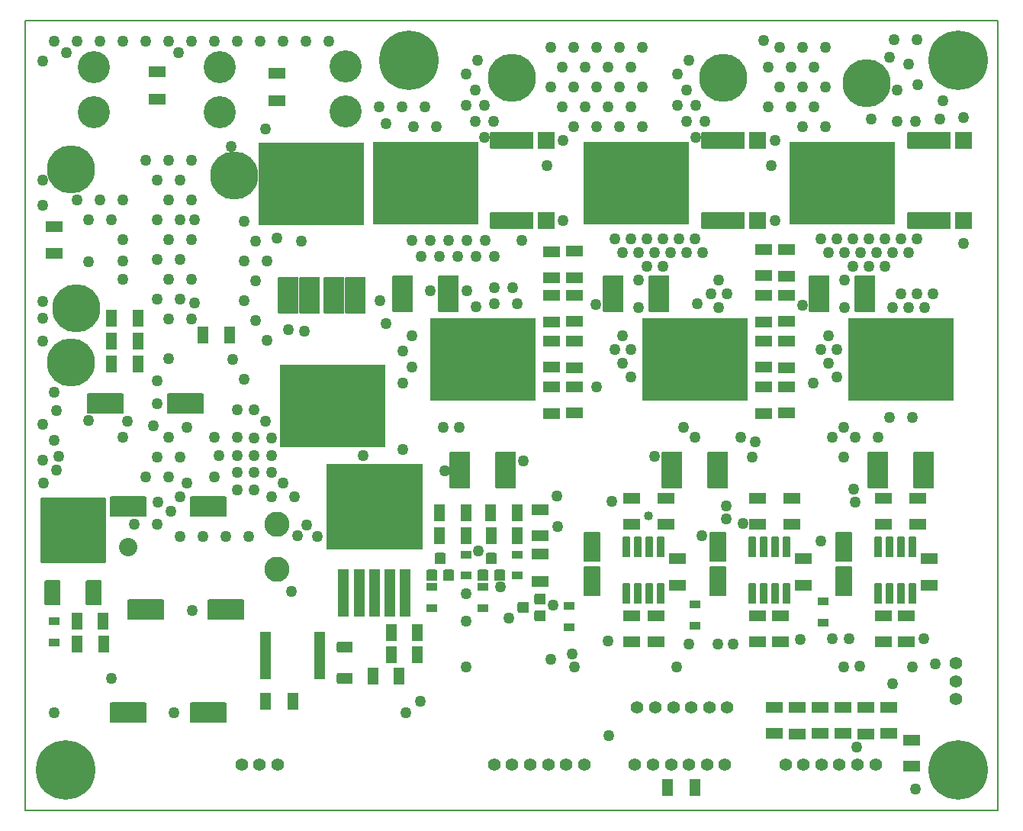
<source format=gbr>
G04 PROTEUS GERBER X2 FILE*
%TF.GenerationSoftware,Labcenter,Proteus,8.7-SP3-Build25561*%
%TF.CreationDate,2021-07-03T21:28:02+00:00*%
%TF.FileFunction,Soldermask,Top*%
%TF.FilePolarity,Negative*%
%TF.Part,Single*%
%TF.SameCoordinates,{f2efd226-c5f6-4210-91bb-6bc09b7e039f}*%
%FSLAX45Y45*%
%MOMM*%
G01*
%TA.AperFunction,Material*%
%ADD54C,1.270000*%
%ADD55C,2.032000*%
%ADD56C,1.016000*%
%AMPPAD051*
4,1,36,
2.413000,0.825500,
2.413000,-0.825500,
2.410470,-0.851470,
2.403200,-0.875480,
2.391650,-0.897080,
2.376290,-0.915790,
2.357570,-0.931150,
2.335980,-0.942700,
2.311970,-0.949970,
2.286000,-0.952500,
-2.286000,-0.952500,
-2.311970,-0.949970,
-2.335980,-0.942700,
-2.357570,-0.931150,
-2.376290,-0.915790,
-2.391650,-0.897080,
-2.403200,-0.875480,
-2.410470,-0.851470,
-2.413000,-0.825500,
-2.413000,0.825500,
-2.410470,0.851470,
-2.403200,0.875480,
-2.391650,0.897080,
-2.376290,0.915790,
-2.357570,0.931150,
-2.335980,0.942700,
-2.311970,0.949970,
-2.286000,0.952500,
2.286000,0.952500,
2.311970,0.949970,
2.335980,0.942700,
2.357570,0.931150,
2.376290,0.915790,
2.391650,0.897080,
2.403200,0.875480,
2.410470,0.851470,
2.413000,0.825500,
0*%
%TA.AperFunction,Material*%
%ADD57PPAD051*%
%AMPPAD052*
4,1,36,
0.952500,0.825500,
0.952500,-0.825500,
0.949970,-0.851470,
0.942700,-0.875480,
0.931150,-0.897080,
0.915790,-0.915790,
0.897070,-0.931150,
0.875480,-0.942700,
0.851470,-0.949970,
0.825500,-0.952500,
-0.825500,-0.952500,
-0.851470,-0.949970,
-0.875480,-0.942700,
-0.897070,-0.931150,
-0.915790,-0.915790,
-0.931150,-0.897080,
-0.942700,-0.875480,
-0.949970,-0.851470,
-0.952500,-0.825500,
-0.952500,0.825500,
-0.949970,0.851470,
-0.942700,0.875480,
-0.931150,0.897080,
-0.915790,0.915790,
-0.897070,0.931150,
-0.875480,0.942700,
-0.851470,0.949970,
-0.825500,0.952500,
0.825500,0.952500,
0.851470,0.949970,
0.875480,0.942700,
0.897070,0.931150,
0.915790,0.915790,
0.931150,0.897080,
0.942700,0.875480,
0.949970,0.851470,
0.952500,0.825500,
0*%
%ADD58PPAD052*%
%TA.AperFunction,Material*%
%ADD59C,5.334000*%
%AMPPAD054*
4,1,36,
-2.032000,-1.016000,
-2.032000,1.016000,
-2.029470,1.041970,
-2.022200,1.065980,
-2.010650,1.087580,
-1.995290,1.106290,
-1.976570,1.121650,
-1.954980,1.133200,
-1.930970,1.140470,
-1.905000,1.143000,
1.905000,1.143000,
1.930970,1.140470,
1.954980,1.133200,
1.976570,1.121650,
1.995290,1.106290,
2.010650,1.087580,
2.022200,1.065980,
2.029470,1.041970,
2.032000,1.016000,
2.032000,-1.016000,
2.029470,-1.041970,
2.022200,-1.065980,
2.010650,-1.087580,
1.995290,-1.106290,
1.976570,-1.121650,
1.954980,-1.133200,
1.930970,-1.140470,
1.905000,-1.143000,
-1.905000,-1.143000,
-1.930970,-1.140470,
-1.954980,-1.133200,
-1.976570,-1.121650,
-1.995290,-1.106290,
-2.010650,-1.087580,
-2.022200,-1.065980,
-2.029470,-1.041970,
-2.032000,-1.016000,
0*%
%TA.AperFunction,Material*%
%ADD60PPAD054*%
%AMPPAD055*
4,1,36,
-3.492500,3.619500,
3.492500,3.619500,
3.518470,3.616970,
3.542480,3.609700,
3.564080,3.598150,
3.582790,3.582790,
3.598150,3.564070,
3.609700,3.542480,
3.616970,3.518470,
3.619500,3.492500,
3.619500,-3.492500,
3.616970,-3.518470,
3.609700,-3.542480,
3.598150,-3.564070,
3.582790,-3.582790,
3.564080,-3.598150,
3.542480,-3.609700,
3.518470,-3.616970,
3.492500,-3.619500,
-3.492500,-3.619500,
-3.518470,-3.616970,
-3.542480,-3.609700,
-3.564080,-3.598150,
-3.582790,-3.582790,
-3.598150,-3.564070,
-3.609700,-3.542480,
-3.616970,-3.518470,
-3.619500,-3.492500,
-3.619500,3.492500,
-3.616970,3.518470,
-3.609700,3.542480,
-3.598150,3.564070,
-3.582790,3.582790,
-3.564080,3.598150,
-3.542480,3.609700,
-3.518470,3.616970,
-3.492500,3.619500,
0*%
%TA.AperFunction,Material*%
%ADD61PPAD055*%
%AMPPAD056*
4,1,36,
-0.762000,1.397000,
0.762000,1.397000,
0.787970,1.394470,
0.811980,1.387200,
0.833580,1.375650,
0.852290,1.360290,
0.867650,1.341570,
0.879200,1.319980,
0.886470,1.295970,
0.889000,1.270000,
0.889000,-1.270000,
0.886470,-1.295970,
0.879200,-1.319980,
0.867650,-1.341570,
0.852290,-1.360290,
0.833580,-1.375650,
0.811980,-1.387200,
0.787970,-1.394470,
0.762000,-1.397000,
-0.762000,-1.397000,
-0.787970,-1.394470,
-0.811980,-1.387200,
-0.833580,-1.375650,
-0.852290,-1.360290,
-0.867650,-1.341570,
-0.879200,-1.319980,
-0.886470,-1.295970,
-0.889000,-1.270000,
-0.889000,1.270000,
-0.886470,1.295970,
-0.879200,1.319980,
-0.867650,1.341570,
-0.852290,1.360290,
-0.833580,1.375650,
-0.811980,1.387200,
-0.787970,1.394470,
-0.762000,1.397000,
0*%
%ADD62PPAD056*%
%AMPPAD057*
4,1,36,
0.571500,0.317500,
0.571500,-0.317500,
0.568970,-0.343470,
0.561700,-0.367480,
0.550150,-0.389080,
0.534790,-0.407790,
0.516070,-0.423150,
0.494480,-0.434700,
0.470470,-0.441970,
0.444500,-0.444500,
-0.444500,-0.444500,
-0.470470,-0.441970,
-0.494480,-0.434700,
-0.516070,-0.423150,
-0.534790,-0.407790,
-0.550150,-0.389080,
-0.561700,-0.367480,
-0.568970,-0.343470,
-0.571500,-0.317500,
-0.571500,0.317500,
-0.568970,0.343470,
-0.561700,0.367480,
-0.550150,0.389080,
-0.534790,0.407790,
-0.516070,0.423150,
-0.494480,0.434700,
-0.470470,0.441970,
-0.444500,0.444500,
0.444500,0.444500,
0.470470,0.441970,
0.494480,0.434700,
0.516070,0.423150,
0.534790,0.407790,
0.550150,0.389080,
0.561700,0.367480,
0.568970,0.343470,
0.571500,0.317500,
0*%
%TA.AperFunction,Material*%
%ADD63PPAD057*%
%AMPPAD058*
4,1,4,
-0.571500,0.901700,
0.571500,0.901700,
0.571500,-0.901700,
-0.571500,-0.901700,
-0.571500,0.901700,
0*%
%ADD64PPAD058*%
%AMPPAD059*
4,1,4,
-0.571500,2.603500,
0.571500,2.603500,
0.571500,-2.603500,
-0.571500,-2.603500,
-0.571500,2.603500,
0*%
%TA.AperFunction,Material*%
%ADD65PPAD059*%
%AMPPAD060*
4,1,4,
-5.372100,-4.775200,
-5.372100,4.775200,
5.372100,4.775200,
5.372100,-4.775200,
-5.372100,-4.775200,
0*%
%ADD66PPAD060*%
%AMPPAD061*
4,1,4,
0.596900,-2.654300,
-0.596900,-2.654300,
-0.596900,2.654300,
0.596900,2.654300,
0.596900,-2.654300,
0*%
%TA.AperFunction,Material*%
%ADD67PPAD061*%
%AMPPAD062*
4,1,36,
-0.889000,-0.444500,
-0.889000,0.444500,
-0.886470,0.470470,
-0.879200,0.494480,
-0.867650,0.516080,
-0.852290,0.534790,
-0.833570,0.550150,
-0.811980,0.561700,
-0.787970,0.568970,
-0.762000,0.571500,
0.762000,0.571500,
0.787970,0.568970,
0.811980,0.561700,
0.833570,0.550150,
0.852290,0.534790,
0.867650,0.516080,
0.879200,0.494480,
0.886470,0.470470,
0.889000,0.444500,
0.889000,-0.444500,
0.886470,-0.470470,
0.879200,-0.494480,
0.867650,-0.516080,
0.852290,-0.534790,
0.833570,-0.550150,
0.811980,-0.561700,
0.787970,-0.568970,
0.762000,-0.571500,
-0.762000,-0.571500,
-0.787970,-0.568970,
-0.811980,-0.561700,
-0.833570,-0.550150,
-0.852290,-0.534790,
-0.867650,-0.516080,
-0.879200,-0.494480,
-0.886470,-0.470470,
-0.889000,-0.444500,
0*%
%ADD68PPAD062*%
%AMPPAD063*
4,1,4,
0.901700,0.571500,
0.901700,-0.571500,
-0.901700,-0.571500,
-0.901700,0.571500,
0.901700,0.571500,
0*%
%ADD69PPAD063*%
%AMPPAD064*
4,1,36,
0.317500,-1.143000,
-0.317500,-1.143000,
-0.343470,-1.140470,
-0.367480,-1.133200,
-0.389080,-1.121650,
-0.407790,-1.106290,
-0.423150,-1.087570,
-0.434700,-1.065980,
-0.441970,-1.041970,
-0.444500,-1.016000,
-0.444500,1.016000,
-0.441970,1.041970,
-0.434700,1.065980,
-0.423150,1.087570,
-0.407790,1.106290,
-0.389080,1.121650,
-0.367480,1.133200,
-0.343470,1.140470,
-0.317500,1.143000,
0.317500,1.143000,
0.343470,1.140470,
0.367480,1.133200,
0.389080,1.121650,
0.407790,1.106290,
0.423150,1.087570,
0.434700,1.065980,
0.441970,1.041970,
0.444500,1.016000,
0.444500,-1.016000,
0.441970,-1.041970,
0.434700,-1.065980,
0.423150,-1.087570,
0.407790,-1.106290,
0.389080,-1.121650,
0.367480,-1.133200,
0.343470,-1.140470,
0.317500,-1.143000,
0*%
%TA.AperFunction,Material*%
%ADD74PPAD064*%
%AMPPAD065*
4,1,36,
-0.825500,1.651000,
0.825500,1.651000,
0.851470,1.648470,
0.875480,1.641200,
0.897080,1.629650,
0.915790,1.614290,
0.931150,1.595570,
0.942700,1.573980,
0.949970,1.549970,
0.952500,1.524000,
0.952500,-1.524000,
0.949970,-1.549970,
0.942700,-1.573980,
0.931150,-1.595570,
0.915790,-1.614290,
0.897080,-1.629650,
0.875480,-1.641200,
0.851470,-1.648470,
0.825500,-1.651000,
-0.825500,-1.651000,
-0.851470,-1.648470,
-0.875480,-1.641200,
-0.897080,-1.629650,
-0.915790,-1.614290,
-0.931150,-1.595570,
-0.942700,-1.573980,
-0.949970,-1.549970,
-0.952500,-1.524000,
-0.952500,1.524000,
-0.949970,1.549970,
-0.942700,1.573980,
-0.931150,1.595570,
-0.915790,1.614290,
-0.897080,1.629650,
-0.875480,1.641200,
-0.851470,1.648470,
-0.825500,1.651000,
0*%
%TA.AperFunction,Material*%
%ADD75PPAD065*%
%AMPPAD066*
4,1,36,
0.444500,-0.635000,
-0.444500,-0.635000,
-0.470470,-0.632470,
-0.494480,-0.625200,
-0.516080,-0.613650,
-0.534790,-0.598290,
-0.550150,-0.579570,
-0.561700,-0.557980,
-0.568970,-0.533970,
-0.571500,-0.508000,
-0.571500,0.508000,
-0.568970,0.533970,
-0.561700,0.557980,
-0.550150,0.579570,
-0.534790,0.598290,
-0.516080,0.613650,
-0.494480,0.625200,
-0.470470,0.632470,
-0.444500,0.635000,
0.444500,0.635000,
0.470470,0.632470,
0.494480,0.625200,
0.516080,0.613650,
0.534790,0.598290,
0.550150,0.579570,
0.561700,0.557980,
0.568970,0.533970,
0.571500,0.508000,
0.571500,-0.508000,
0.568970,-0.533970,
0.561700,-0.557980,
0.550150,-0.579570,
0.534790,-0.598290,
0.516080,-0.613650,
0.494480,-0.625200,
0.470470,-0.632470,
0.444500,-0.635000,
0*%
%TA.AperFunction,Material*%
%ADD76PPAD066*%
%AMPPAD067*
4,1,36,
0.635000,0.444500,
0.635000,-0.444500,
0.632470,-0.470470,
0.625200,-0.494480,
0.613650,-0.516080,
0.598290,-0.534790,
0.579570,-0.550150,
0.557980,-0.561700,
0.533970,-0.568970,
0.508000,-0.571500,
-0.508000,-0.571500,
-0.533970,-0.568970,
-0.557980,-0.561700,
-0.579570,-0.550150,
-0.598290,-0.534790,
-0.613650,-0.516080,
-0.625200,-0.494480,
-0.632470,-0.470470,
-0.635000,-0.444500,
-0.635000,0.444500,
-0.632470,0.470470,
-0.625200,0.494480,
-0.613650,0.516080,
-0.598290,0.534790,
-0.579570,0.550150,
-0.557980,0.561700,
-0.533970,0.568970,
-0.508000,0.571500,
0.508000,0.571500,
0.533970,0.568970,
0.557980,0.561700,
0.579570,0.550150,
0.598290,0.534790,
0.613650,0.516080,
0.625200,0.494480,
0.632470,0.470470,
0.635000,0.444500,
0*%
%ADD77PPAD067*%
%ADD78C,1.397000*%
%TA.AperFunction,Material*%
%ADD79C,3.556000*%
%TA.AperFunction,Material*%
%ADD80C,6.604000*%
%TA.AperFunction,Material*%
%ADD81C,2.794000*%
%AMPPAD072*
4,1,36,
5.715000,-4.572000,
-5.715000,-4.572000,
-5.740970,-4.569470,
-5.764980,-4.562200,
-5.786580,-4.550650,
-5.805290,-4.535290,
-5.820650,-4.516570,
-5.832200,-4.494980,
-5.839470,-4.470970,
-5.842000,-4.445000,
-5.842000,4.445000,
-5.839470,4.470970,
-5.832200,4.494980,
-5.820650,4.516570,
-5.805290,4.535290,
-5.786580,4.550650,
-5.764980,4.562200,
-5.740970,4.569470,
-5.715000,4.572000,
5.715000,4.572000,
5.740970,4.569470,
5.764980,4.562200,
5.786580,4.550650,
5.805290,4.535290,
5.820650,4.516570,
5.832200,4.494980,
5.839470,4.470970,
5.842000,4.445000,
5.842000,-4.445000,
5.839470,-4.470970,
5.832200,-4.494980,
5.820650,-4.516570,
5.805290,-4.535290,
5.786580,-4.550650,
5.764980,-4.562200,
5.740970,-4.569470,
5.715000,-4.572000,
0*%
%TA.AperFunction,Material*%
%ADD82PPAD072*%
%AMPPAD073*
4,1,36,
1.016000,-2.032000,
-1.016000,-2.032000,
-1.041970,-2.029470,
-1.065980,-2.022200,
-1.087580,-2.010650,
-1.106290,-1.995290,
-1.121650,-1.976570,
-1.133200,-1.954980,
-1.140470,-1.930970,
-1.143000,-1.905000,
-1.143000,1.905000,
-1.140470,1.930970,
-1.133200,1.954980,
-1.121650,1.976570,
-1.106290,1.995290,
-1.087580,2.010650,
-1.065980,2.022200,
-1.041970,2.029470,
-1.016000,2.032000,
1.016000,2.032000,
1.041970,2.029470,
1.065980,2.022200,
1.087580,2.010650,
1.106290,1.995290,
1.121650,1.976570,
1.133200,1.954980,
1.140470,1.930970,
1.143000,1.905000,
1.143000,-1.905000,
1.140470,-1.930970,
1.133200,-1.954980,
1.121650,-1.976570,
1.106290,-1.995290,
1.087580,-2.010650,
1.065980,-2.022200,
1.041970,-2.029470,
1.016000,-2.032000,
0*%
%ADD83PPAD073*%
%TA.AperFunction,Profile*%
%ADD39C,0.203200*%
%TD.AperFunction*%
D54*
X+3225800Y+1174750D03*
X+3479800Y+1174750D03*
X+5257800Y+1174750D03*
X+5511800Y+1174750D03*
X+5765800Y+1174750D03*
X+7543800Y+1174750D03*
X+7797800Y+1174750D03*
X+3098800Y+1394720D03*
X+3352800Y+1394720D03*
X+4876800Y+1394720D03*
X+5130800Y+1394720D03*
X+5384800Y+1394720D03*
X+5638800Y+1394720D03*
X+7162800Y+1394720D03*
X+7416800Y+1394720D03*
X+7670800Y+1394720D03*
X+4749800Y+1614690D03*
X+5003800Y+1614690D03*
X+5257800Y+1614690D03*
X+5511800Y+1614690D03*
X+5765800Y+1614690D03*
X+7289800Y+1614690D03*
X+7543800Y+1614690D03*
X+7797800Y+1614690D03*
X+4876800Y+1834660D03*
X+5130800Y+1834660D03*
X+5384800Y+1834660D03*
X+5638800Y+1834660D03*
X+7162800Y+1834660D03*
X+7416800Y+1834660D03*
X+7670800Y+1834660D03*
X+4749800Y+2054630D03*
X+5003800Y+2054630D03*
X+5257800Y+2054630D03*
X+5511800Y+2054630D03*
X+5765800Y+2054630D03*
X+7289800Y+2054630D03*
X+7543800Y+2054630D03*
X+7797800Y+2054630D03*
X+6375400Y-793750D03*
X+3213100Y-1497654D03*
X+3111500Y-1321678D03*
X+3213100Y-1145702D03*
X+4127500Y-617774D03*
X+4330700Y-617774D03*
X+3314700Y-265822D03*
X+3517900Y-265822D03*
X+3721100Y-265822D03*
X+3924300Y-265822D03*
X+4127500Y-265822D03*
X+3213100Y-89846D03*
X+3416300Y-89846D03*
X+3619500Y-89846D03*
X+3822700Y-89846D03*
X+4025900Y-89846D03*
X+4432300Y-89846D03*
X+4013200Y+1052310D03*
X+3911600Y+1228286D03*
X+4114800Y+1228286D03*
X+3810000Y+1404262D03*
X+4013200Y+1404262D03*
X+3911600Y+1580238D03*
X+3810000Y+1756214D03*
X+3937000Y+1905000D03*
X+8597900Y+1228286D03*
X+8801100Y+1228286D03*
X+8597900Y+1580238D03*
X+8724900Y+1866900D03*
X+6363969Y+1052310D03*
X+6262369Y+1228286D03*
X+6465569Y+1228286D03*
X+6160769Y+1404262D03*
X+6363969Y+1404262D03*
X+6262369Y+1580238D03*
X+6160769Y+1756214D03*
X+6286500Y+1905000D03*
X+7747000Y-3429000D03*
X+6428649Y-3363510D03*
X+3111500Y-1673630D03*
X+4127500Y-793750D03*
X+4381500Y-793750D03*
X+5003800Y+1174750D03*
X-127000Y-4953000D03*
D55*
X+63500Y-3492500D03*
D54*
X+1870921Y-3983646D03*
X+1599186Y-1195100D03*
X+1472186Y-975130D03*
X+1345186Y-755160D03*
X+1472186Y-535190D03*
X+1345186Y-315220D03*
X+1599186Y-315220D03*
X+1472186Y-95250D03*
X+1345186Y+124720D03*
X+1714500Y-63500D03*
X+1206500Y+952500D03*
X+1587500Y+1143000D03*
X-876300Y-2781300D03*
X-889000Y-2526810D03*
X-762000Y-2306840D03*
X-889000Y-2133600D03*
X-381000Y-2086870D03*
X-762000Y-1778000D03*
X-736600Y-1981200D03*
X-889000Y-1206990D03*
X-889000Y-952500D03*
X-889000Y-767050D03*
X-381000Y-327110D03*
X+2844800Y+1394720D03*
X+8305800Y+1257545D03*
X+9067800Y+1257545D03*
X+8509000Y+1943100D03*
X+8559800Y+2137425D03*
X+8813800Y+2137425D03*
D56*
X+5837110Y-3144357D03*
D54*
X+2921000Y+1206500D03*
X+4889500Y+1016000D03*
X+4889500Y+127000D03*
X+2857500Y-762000D03*
X+9334500Y-127000D03*
X+9334500Y+1270000D03*
X+7239000Y+1016000D03*
X+7239000Y+127000D03*
X+4191000Y-3937000D03*
X+6286500Y-4572000D03*
X+6604000Y-4572000D03*
X+7519052Y-4519896D03*
X+7874000Y-4508500D03*
X+3811743Y-4009908D03*
X+3810000Y-4318000D03*
X+2921000Y-1016000D03*
X+635000Y-3378275D03*
X+889000Y-3378275D03*
X+1143000Y-3378275D03*
X+1397000Y-3378275D03*
X+1943100Y-3365500D03*
X+2159000Y-3378275D03*
X+127000Y-3238500D03*
X+381000Y-3238500D03*
X+1651000Y-2667000D03*
X+1651000Y-2286000D03*
X+1460500Y-2476500D03*
X+393700Y-2997200D03*
X+508000Y-2718365D03*
X+1460500Y-2857500D03*
X+1460500Y-2667000D03*
X+1651000Y-2476500D03*
X+381000Y-2498395D03*
X+381000Y-1651000D03*
X+1270000Y-2476500D03*
X+1270000Y-2667000D03*
X+3111500Y-2413000D03*
X+4445000Y-2540000D03*
X+6985000Y-2498395D03*
X+0Y-2278425D03*
X+342900Y-2146300D03*
X+508000Y-2278425D03*
X+1016000Y-2278425D03*
X+1270000Y-2278425D03*
X+1270000Y-2857500D03*
X+1270000Y-1968500D03*
X+1460500Y-1968500D03*
X+1460500Y-2286000D03*
X+6858000Y-2278425D03*
X+381000Y-1905000D03*
X+1587500Y-2095500D03*
X+508000Y-1398545D03*
X+508000Y-958605D03*
X+762000Y-958605D03*
X+381000Y-738635D03*
X+635000Y-738635D03*
X+0Y-518665D03*
X+508000Y-518665D03*
X+762000Y-518665D03*
X+381000Y-298695D03*
X+635000Y-298695D03*
X+0Y-78725D03*
X+508000Y-78725D03*
X+762000Y-78725D03*
X-381000Y+141245D03*
X-127000Y+141245D03*
X+381000Y+141245D03*
X+635000Y+141245D03*
X-508000Y+361215D03*
X-254000Y+361215D03*
X+0Y+361215D03*
X+508000Y+361215D03*
X+762000Y+361215D03*
X-889000Y+581185D03*
X+381000Y+581185D03*
X+635000Y+581185D03*
X+254000Y+801155D03*
X+508000Y+801155D03*
X+762000Y+801155D03*
X-889000Y+1901005D03*
X-762000Y+2120975D03*
X-508000Y+2120975D03*
X-254000Y+2120975D03*
X+0Y+2120975D03*
X+254000Y+2120975D03*
X+508000Y+2120975D03*
X+762000Y+2120975D03*
X+1016000Y+2120975D03*
X+1270000Y+2120975D03*
X+1524000Y+2120975D03*
X+1778000Y+2120975D03*
X+2032000Y+2120975D03*
X+2286000Y+2120975D03*
X+5384021Y-4535575D03*
X-762000Y-5334000D03*
X+4283159Y-4283011D03*
X+4826045Y-3267760D03*
X+8890000Y-4508500D03*
X+8144101Y-5716084D03*
X+6153231Y-4826944D03*
X+6778656Y-4571579D03*
X+8064500Y-4508500D03*
X+8001000Y-4826000D03*
X+5397500Y-5588000D03*
X+4775444Y-4133215D03*
X+4754453Y-4741974D03*
X+3810000Y-4826000D03*
X+4993399Y-4680922D03*
X+5016500Y-4826000D03*
X+3302000Y-5207000D03*
X+3145817Y-5333103D03*
X+2667000Y-2476500D03*
X+1841500Y-1079500D03*
X+2014205Y-1094840D03*
X+571500Y-5334000D03*
X+772975Y-4198785D03*
X+3576345Y-2643122D03*
X+7543800Y-812800D03*
X+8127850Y-2993866D03*
X+8118219Y-2853714D03*
X+4818888Y-2925288D03*
X+5249412Y-804176D03*
X+6696244Y-3035770D03*
X+5257800Y-1714500D03*
X+5905500Y-2489200D03*
X+6883138Y-3230089D03*
X+6698805Y-3180794D03*
X+7664736Y-1676863D03*
X-736600Y-2641600D03*
X+635000Y-2938335D03*
X+1651000Y-2938335D03*
X+1905000Y-2938335D03*
X+254000Y-2718365D03*
X+1016000Y-2718365D03*
X+50800Y-2095500D03*
X+635000Y-2498395D03*
X+8001000Y-2498395D03*
X+6350000Y-2278425D03*
X+7874000Y-2278425D03*
X+8128000Y-2278425D03*
X+8382000Y-2278425D03*
X+8509000Y-2058455D03*
X+8763000Y-2058455D03*
X+1345186Y-1635040D03*
X+1218186Y-1415070D03*
X+1980186Y-95250D03*
X+3944752Y-3532550D03*
X+5431385Y-2982601D03*
X+3924300Y-823914D03*
X+3416300Y-647938D03*
X+3822700Y-647938D03*
X+7924800Y-1608885D03*
X+7835900Y-1454906D03*
X+7747000Y-1300927D03*
X+7924800Y-1300927D03*
X+7835900Y-1146948D03*
X+8013700Y-838990D03*
X+8547100Y-838990D03*
X+8724900Y-838990D03*
X+8902700Y-838990D03*
X+8636000Y-685011D03*
X+8813800Y-685011D03*
X+8991600Y-685011D03*
X+8013700Y-531032D03*
X+8102600Y-377053D03*
X+8280400Y-377053D03*
X+8458200Y-377053D03*
X+7835900Y-223074D03*
X+8013700Y-223074D03*
X+8191500Y-223074D03*
X+8369300Y-223074D03*
X+8547100Y-223074D03*
X+8724900Y-223074D03*
X+7747000Y-69095D03*
X+7924800Y-69095D03*
X+8102600Y-69095D03*
X+8280400Y-69095D03*
X+8458200Y-69095D03*
X+8636000Y-69095D03*
X+8813800Y-69095D03*
X+5638800Y-1608885D03*
X+5549900Y-1454906D03*
X+5461000Y-1300927D03*
X+5638800Y-1300927D03*
X+5549900Y-1146948D03*
X+5727700Y-838990D03*
X+6616700Y-838990D03*
X+6527800Y-685011D03*
X+6705600Y-685011D03*
X+5727700Y-531032D03*
X+6616700Y-531032D03*
X+5816600Y-377053D03*
X+5994400Y-377053D03*
X+5549900Y-223074D03*
X+5727700Y-223074D03*
X+5905500Y-223074D03*
X+6083300Y-223074D03*
X+6261100Y-223074D03*
X+6438900Y-223074D03*
X+5461000Y-69095D03*
X+5638800Y-69095D03*
X+5816600Y-69095D03*
X+5994400Y-69095D03*
X+6172200Y-69095D03*
X+6350000Y-69095D03*
X+2044700Y-3246294D03*
X+533400Y-3092315D03*
X+711200Y-2784357D03*
X+1778000Y-2784357D03*
X+1066800Y-2476399D03*
X+7023100Y-2322420D03*
X+711200Y-2168441D03*
X+3556000Y-2168441D03*
X+3733800Y-2168441D03*
X+6223000Y-2168441D03*
X+8001000Y-2168441D03*
X+800100Y-782630D03*
X+0Y-320693D03*
X+800100Y+141244D03*
X-889000Y+295223D03*
X-622300Y+1988992D03*
X+622300Y+1988992D03*
X+4711700Y+738213D03*
X+7200900Y+738213D03*
X+7112000Y+2124024D03*
X-711200Y-2482816D03*
X+8826500Y+1638300D03*
X+9105900Y+1460500D03*
X+8179340Y-4812956D03*
X+8546457Y-5012353D03*
X+8802625Y-6177544D03*
X+9017000Y-4790567D03*
X+8763000Y-4826000D03*
D57*
X+6667500Y+1016000D03*
X+6667500Y+127000D03*
D58*
X+7048500Y+127000D03*
X+7048500Y+1016000D03*
D57*
X+8953500Y+1016000D03*
X+8953500Y+127000D03*
D58*
X+9334500Y+127000D03*
X+9334500Y+1016000D03*
D57*
X+4318000Y+1016000D03*
X+4318000Y+127000D03*
D58*
X+4699000Y+127000D03*
X+4699000Y+1016000D03*
D59*
X+4318000Y+1714500D03*
X+6667500Y+1714500D03*
X+8255000Y+1651000D03*
D60*
X+952500Y-3048000D03*
X+63500Y-3048000D03*
X+698500Y-1905000D03*
X-190500Y-1905000D03*
D61*
X-546100Y-3309620D03*
D62*
X-774700Y-4000500D03*
X-317500Y-4000500D03*
D63*
X-762000Y-4553000D03*
X-762000Y-4318050D03*
D64*
X-508000Y-4318000D03*
X-218000Y-4318000D03*
D60*
X+254000Y-4191000D03*
X+1143000Y-4191000D03*
D65*
X+2453640Y-4000500D03*
X+2623820Y-4000500D03*
X+2794000Y-4000500D03*
X+2964180Y-4000500D03*
X+3134360Y-4000500D03*
D66*
X+2794000Y-3048000D03*
D67*
X+2187500Y-4699000D03*
X+1587500Y-4699000D03*
D68*
X+2469837Y-4946337D03*
X+2469837Y-4606337D03*
D64*
X-508000Y-4572000D03*
X-208000Y-4572000D03*
X+3274500Y-4445000D03*
X+2984500Y-4445000D03*
X+173000Y-1460500D03*
X-127000Y-1460500D03*
X+173000Y-952500D03*
X-127000Y-952500D03*
X+173000Y-1206500D03*
X-127000Y-1206500D03*
D69*
X+381000Y+1778000D03*
X+381000Y+1478000D03*
X+1714500Y+1760500D03*
X+1714500Y+1460500D03*
D64*
X+889000Y-1143000D03*
X+1189000Y-1143000D03*
D59*
X-571500Y+698500D03*
X-571500Y-1447800D03*
D64*
X+1887500Y-5207000D03*
X+1587500Y-5207000D03*
D69*
X+6032500Y-2948500D03*
X+6032500Y-3238500D03*
X+5651500Y-2948500D03*
X+5651500Y-3238500D03*
D74*
X+5588000Y-4013200D03*
X+5715000Y-4013200D03*
X+5842000Y-4013200D03*
X+5969000Y-4013200D03*
X+5969000Y-3492500D03*
X+5842000Y-3492500D03*
X+5715000Y-3492500D03*
X+5588000Y-3492500D03*
X+6985000Y-4013200D03*
X+7112000Y-4013200D03*
X+7239000Y-4013200D03*
X+7366000Y-4013200D03*
X+7366000Y-3492500D03*
X+7239000Y-3492500D03*
X+7112000Y-3492500D03*
X+6985000Y-3492500D03*
X+8382000Y-4013200D03*
X+8509000Y-4013200D03*
X+8636000Y-4013200D03*
X+8763000Y-4013200D03*
X+8763000Y-3492500D03*
X+8636000Y-3492500D03*
X+8509000Y-3492500D03*
X+8382000Y-3492500D03*
D69*
X+7048500Y-2948500D03*
X+7048500Y-3238500D03*
D75*
X+5207000Y-3492500D03*
X+5207000Y-3873500D03*
X+6604000Y-3492500D03*
X+6604000Y-3873500D03*
X+8001000Y-3492500D03*
X+8001000Y-3873500D03*
D63*
X+4953000Y-4381500D03*
X+4953000Y-4146550D03*
X+6350000Y-4362450D03*
X+6350000Y-4127500D03*
X+7778750Y-4330700D03*
X+7778750Y-4095750D03*
D69*
X+6159500Y-3619500D03*
X+6159500Y-3919500D03*
X+7556500Y-3619500D03*
X+7556500Y-3919500D03*
X+8953500Y-3619500D03*
X+8953500Y-3919500D03*
X+7429500Y-2948500D03*
X+7429500Y-3238500D03*
X+8445500Y-2948500D03*
X+8445500Y-3238500D03*
X+8826500Y-2948500D03*
X+8826500Y-3238500D03*
X+5651500Y-4544500D03*
X+5651500Y-4254500D03*
X+5923000Y-4544500D03*
X+5923000Y-4254500D03*
X+7048500Y-4544500D03*
X+7048500Y-4254500D03*
X+5016500Y-698500D03*
X+5016500Y-988500D03*
X+4762500Y-218000D03*
X+4762500Y-508000D03*
X+5016500Y-1714500D03*
X+5016500Y-2004500D03*
X+4762500Y-1206500D03*
X+4762500Y-1496500D03*
X+5016500Y-208000D03*
X+5016500Y-508000D03*
X+4762500Y-698500D03*
X+4762500Y-998500D03*
X+5016500Y-1206500D03*
X+5016500Y-1506500D03*
X+4762500Y-1714500D03*
X+4762500Y-2014500D03*
X+7366000Y-190500D03*
X+7366000Y-490500D03*
X+7112000Y-698500D03*
X+7112000Y-998500D03*
X+7366000Y-1206500D03*
X+7366000Y-1506500D03*
X+7112000Y-1714500D03*
X+7112000Y-2014500D03*
X+7366000Y-698500D03*
X+7366000Y-988500D03*
X+7112000Y-190500D03*
X+7112000Y-480500D03*
X+7366000Y-1714500D03*
X+7366000Y-2004500D03*
X+7112000Y-1206500D03*
X+7112000Y-1496500D03*
D76*
X+3522980Y-3619500D03*
X+3429000Y-3810000D03*
X+3616960Y-3810000D03*
X+4094480Y-3619500D03*
X+4000500Y-3810000D03*
X+4188460Y-3810000D03*
D77*
X+4445000Y-4160520D03*
X+4635500Y-4254500D03*
X+4635500Y-4066540D03*
D63*
X+3810000Y-3575050D03*
X+3810000Y-3810000D03*
X+3429000Y-3937000D03*
X+3429000Y-4171950D03*
X+4381500Y-3575050D03*
X+4381500Y-3810000D03*
X+4000500Y-3937000D03*
X+4000500Y-4171950D03*
D64*
X+3520000Y-3365500D03*
X+3810000Y-3365500D03*
X+3520000Y-3111500D03*
X+3810000Y-3111500D03*
X+4381500Y-3365500D03*
X+4091500Y-3365500D03*
D69*
X+4635500Y-3075500D03*
X+4635500Y-3365500D03*
X+4635500Y-3873500D03*
X+4635500Y-3573500D03*
D64*
X+4381500Y-3111500D03*
X+4081500Y-3111500D03*
D69*
X+8699500Y-4544500D03*
X+8699500Y-4254500D03*
D60*
X+63500Y-5334000D03*
X+952500Y-5334000D03*
D64*
X+6350000Y-6159500D03*
X+6050000Y-6159500D03*
D69*
X+8245500Y-5570500D03*
X+8245500Y-5270500D03*
X+7483500Y-5570499D03*
X+7483500Y-5270500D03*
X-762000Y+63500D03*
X-762000Y-236500D03*
D78*
X+9245600Y-5181500D03*
X+9245600Y-4981500D03*
X+9245600Y-4781500D03*
D69*
X+7302500Y-4544500D03*
X+7302500Y-4254500D03*
X+8445500Y-4544500D03*
X+8445500Y-4254500D03*
X+8753500Y-5635301D03*
X+8753500Y-5925301D03*
X+7991500Y-5270500D03*
X+7991500Y-5560500D03*
X+7737500Y-5270500D03*
X+7737500Y-5560500D03*
X+8499500Y-5270500D03*
X+8499500Y-5560500D03*
X+7229500Y-5270500D03*
X+7229500Y-5560500D03*
D78*
X+8356500Y-5905500D03*
X+8156500Y-5905500D03*
X+7956500Y-5905500D03*
X+7756500Y-5905500D03*
X+7556500Y-5905500D03*
X+7356500Y-5905500D03*
D59*
X-510798Y-841109D03*
X+1240380Y+628303D03*
D79*
X+1079500Y+1333500D03*
X+1079500Y+1833500D03*
X-317500Y+1333500D03*
X-317500Y+1833500D03*
X+2476500Y+1337500D03*
X+2476500Y+1837500D03*
D80*
X+9271000Y+1905000D03*
X+3175000Y+1905000D03*
X+9271000Y-5969000D03*
X-635000Y-5969000D03*
D78*
X+4124500Y-5905500D03*
X+4324500Y-5905500D03*
X+4524500Y-5905500D03*
X+4724500Y-5905500D03*
X+4924500Y-5905500D03*
X+5124500Y-5905500D03*
X+5686500Y-5905500D03*
X+5886500Y-5905500D03*
X+6086500Y-5905500D03*
X+6286500Y-5905500D03*
X+6486500Y-5905500D03*
X+6686500Y-5905500D03*
X+5712000Y-5270500D03*
X+5912000Y-5270500D03*
X+6112000Y-5270500D03*
X+6312000Y-5270500D03*
X+6512000Y-5270500D03*
X+6712000Y-5270500D03*
X+1722731Y-5905500D03*
X+1522731Y-5905500D03*
X+1322731Y-5905500D03*
D81*
X+1714500Y-3738500D03*
X+1714500Y-3238500D03*
D82*
X+2332465Y-1930400D03*
D83*
X+2586465Y-698500D03*
X+2078465Y-698500D03*
D82*
X+2095500Y+533400D03*
D83*
X+1841500Y-698500D03*
X+2349500Y-698500D03*
D82*
X+3365500Y+546100D03*
D83*
X+3111500Y-685800D03*
X+3619500Y-685800D03*
D82*
X+4000500Y-1409700D03*
D83*
X+3746500Y-2641600D03*
X+4254500Y-2641600D03*
D82*
X+5702300Y+546100D03*
D83*
X+5448300Y-685800D03*
X+5956300Y-685800D03*
D82*
X+6350000Y-1409700D03*
D83*
X+6096000Y-2641600D03*
X+6604000Y-2641600D03*
D82*
X+7988300Y+546100D03*
D83*
X+7734300Y-685800D03*
X+8242300Y-685800D03*
D82*
X+8636000Y-1409700D03*
D83*
X+8382000Y-2641600D03*
X+8890000Y-2641600D03*
D64*
X+3274500Y-4686300D03*
X+2984500Y-4686300D03*
X+2781300Y-4927600D03*
X+3071300Y-4927600D03*
D39*
X-1079500Y-6413500D02*
X+9715500Y-6413500D01*
X+9715500Y+2349500D01*
X-1079500Y+2349500D01*
X-1079500Y-6413500D01*
M02*

</source>
